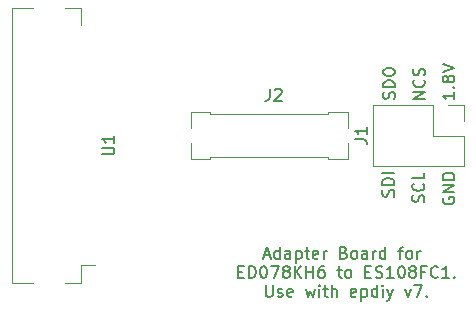
<source format=gto>
%TF.GenerationSoftware,KiCad,Pcbnew,(6.0.11)*%
%TF.CreationDate,2023-02-05T22:54:30+01:00*%
%TF.ProjectId,ES108FC1_Connector,45533130-3846-4433-915f-436f6e6e6563,rev?*%
%TF.SameCoordinates,Original*%
%TF.FileFunction,Legend,Top*%
%TF.FilePolarity,Positive*%
%FSLAX46Y46*%
G04 Gerber Fmt 4.6, Leading zero omitted, Abs format (unit mm)*
G04 Created by KiCad (PCBNEW (6.0.11)) date 2023-02-05 22:54:30*
%MOMM*%
%LPD*%
G01*
G04 APERTURE LIST*
%ADD10C,0.150000*%
%ADD11C,0.120000*%
%ADD12R,1.300000X0.300000*%
%ADD13R,2.200000X1.800000*%
%ADD14R,0.900000X1.000000*%
%ADD15R,0.200000X0.800000*%
%ADD16O,1.700000X1.700000*%
%ADD17R,1.700000X1.700000*%
G04 APERTURE END LIST*
D10*
X51200000Y-28361904D02*
X51152380Y-28457142D01*
X51152380Y-28600000D01*
X51200000Y-28742857D01*
X51295238Y-28838095D01*
X51390476Y-28885714D01*
X51580952Y-28933333D01*
X51723809Y-28933333D01*
X51914285Y-28885714D01*
X52009523Y-28838095D01*
X52104761Y-28742857D01*
X52152380Y-28600000D01*
X52152380Y-28504761D01*
X52104761Y-28361904D01*
X52057142Y-28314285D01*
X51723809Y-28314285D01*
X51723809Y-28504761D01*
X52152380Y-27885714D02*
X51152380Y-27885714D01*
X52152380Y-27314285D01*
X51152380Y-27314285D01*
X52152380Y-26838095D02*
X51152380Y-26838095D01*
X51152380Y-26600000D01*
X51200000Y-26457142D01*
X51295238Y-26361904D01*
X51390476Y-26314285D01*
X51580952Y-26266666D01*
X51723809Y-26266666D01*
X51914285Y-26314285D01*
X52009523Y-26361904D01*
X52104761Y-26457142D01*
X52152380Y-26600000D01*
X52152380Y-26838095D01*
X47054761Y-20009523D02*
X47102380Y-19866666D01*
X47102380Y-19628571D01*
X47054761Y-19533333D01*
X47007142Y-19485714D01*
X46911904Y-19438095D01*
X46816666Y-19438095D01*
X46721428Y-19485714D01*
X46673809Y-19533333D01*
X46626190Y-19628571D01*
X46578571Y-19819047D01*
X46530952Y-19914285D01*
X46483333Y-19961904D01*
X46388095Y-20009523D01*
X46292857Y-20009523D01*
X46197619Y-19961904D01*
X46150000Y-19914285D01*
X46102380Y-19819047D01*
X46102380Y-19580952D01*
X46150000Y-19438095D01*
X47102380Y-19009523D02*
X46102380Y-19009523D01*
X46102380Y-18771428D01*
X46150000Y-18628571D01*
X46245238Y-18533333D01*
X46340476Y-18485714D01*
X46530952Y-18438095D01*
X46673809Y-18438095D01*
X46864285Y-18485714D01*
X46959523Y-18533333D01*
X47054761Y-18628571D01*
X47102380Y-18771428D01*
X47102380Y-19009523D01*
X46102380Y-17819047D02*
X46102380Y-17628571D01*
X46150000Y-17533333D01*
X46245238Y-17438095D01*
X46435714Y-17390476D01*
X46769047Y-17390476D01*
X46959523Y-17438095D01*
X47054761Y-17533333D01*
X47102380Y-17628571D01*
X47102380Y-17819047D01*
X47054761Y-17914285D01*
X46959523Y-18009523D01*
X46769047Y-18057142D01*
X46435714Y-18057142D01*
X46245238Y-18009523D01*
X46150000Y-17914285D01*
X46102380Y-17819047D01*
X49554761Y-28740476D02*
X49602380Y-28597619D01*
X49602380Y-28359523D01*
X49554761Y-28264285D01*
X49507142Y-28216666D01*
X49411904Y-28169047D01*
X49316666Y-28169047D01*
X49221428Y-28216666D01*
X49173809Y-28264285D01*
X49126190Y-28359523D01*
X49078571Y-28550000D01*
X49030952Y-28645238D01*
X48983333Y-28692857D01*
X48888095Y-28740476D01*
X48792857Y-28740476D01*
X48697619Y-28692857D01*
X48650000Y-28645238D01*
X48602380Y-28550000D01*
X48602380Y-28311904D01*
X48650000Y-28169047D01*
X49507142Y-27169047D02*
X49554761Y-27216666D01*
X49602380Y-27359523D01*
X49602380Y-27454761D01*
X49554761Y-27597619D01*
X49459523Y-27692857D01*
X49364285Y-27740476D01*
X49173809Y-27788095D01*
X49030952Y-27788095D01*
X48840476Y-27740476D01*
X48745238Y-27692857D01*
X48650000Y-27597619D01*
X48602380Y-27454761D01*
X48602380Y-27359523D01*
X48650000Y-27216666D01*
X48697619Y-27169047D01*
X49602380Y-26264285D02*
X49602380Y-26740476D01*
X48602380Y-26740476D01*
X52152380Y-19457142D02*
X52152380Y-20028571D01*
X52152380Y-19742857D02*
X51152380Y-19742857D01*
X51295238Y-19838095D01*
X51390476Y-19933333D01*
X51438095Y-20028571D01*
X52057142Y-19028571D02*
X52104761Y-18980952D01*
X52152380Y-19028571D01*
X52104761Y-19076190D01*
X52057142Y-19028571D01*
X52152380Y-19028571D01*
X51580952Y-18409523D02*
X51533333Y-18504761D01*
X51485714Y-18552380D01*
X51390476Y-18600000D01*
X51342857Y-18600000D01*
X51247619Y-18552380D01*
X51200000Y-18504761D01*
X51152380Y-18409523D01*
X51152380Y-18219047D01*
X51200000Y-18123809D01*
X51247619Y-18076190D01*
X51342857Y-18028571D01*
X51390476Y-18028571D01*
X51485714Y-18076190D01*
X51533333Y-18123809D01*
X51580952Y-18219047D01*
X51580952Y-18409523D01*
X51628571Y-18504761D01*
X51676190Y-18552380D01*
X51771428Y-18600000D01*
X51961904Y-18600000D01*
X52057142Y-18552380D01*
X52104761Y-18504761D01*
X52152380Y-18409523D01*
X52152380Y-18219047D01*
X52104761Y-18123809D01*
X52057142Y-18076190D01*
X51961904Y-18028571D01*
X51771428Y-18028571D01*
X51676190Y-18076190D01*
X51628571Y-18123809D01*
X51580952Y-18219047D01*
X51152380Y-17742857D02*
X52152380Y-17409523D01*
X51152380Y-17076190D01*
X47004761Y-28273809D02*
X47052380Y-28130952D01*
X47052380Y-27892857D01*
X47004761Y-27797619D01*
X46957142Y-27750000D01*
X46861904Y-27702380D01*
X46766666Y-27702380D01*
X46671428Y-27750000D01*
X46623809Y-27797619D01*
X46576190Y-27892857D01*
X46528571Y-28083333D01*
X46480952Y-28178571D01*
X46433333Y-28226190D01*
X46338095Y-28273809D01*
X46242857Y-28273809D01*
X46147619Y-28226190D01*
X46100000Y-28178571D01*
X46052380Y-28083333D01*
X46052380Y-27845238D01*
X46100000Y-27702380D01*
X47052380Y-27273809D02*
X46052380Y-27273809D01*
X46052380Y-27035714D01*
X46100000Y-26892857D01*
X46195238Y-26797619D01*
X46290476Y-26750000D01*
X46480952Y-26702380D01*
X46623809Y-26702380D01*
X46814285Y-26750000D01*
X46909523Y-26797619D01*
X47004761Y-26892857D01*
X47052380Y-27035714D01*
X47052380Y-27273809D01*
X47052380Y-26273809D02*
X46052380Y-26273809D01*
X49652380Y-20011904D02*
X48652380Y-20011904D01*
X49652380Y-19440476D01*
X48652380Y-19440476D01*
X49557142Y-18392857D02*
X49604761Y-18440476D01*
X49652380Y-18583333D01*
X49652380Y-18678571D01*
X49604761Y-18821428D01*
X49509523Y-18916666D01*
X49414285Y-18964285D01*
X49223809Y-19011904D01*
X49080952Y-19011904D01*
X48890476Y-18964285D01*
X48795238Y-18916666D01*
X48700000Y-18821428D01*
X48652380Y-18678571D01*
X48652380Y-18583333D01*
X48700000Y-18440476D01*
X48747619Y-18392857D01*
X49604761Y-18011904D02*
X49652380Y-17869047D01*
X49652380Y-17630952D01*
X49604761Y-17535714D01*
X49557142Y-17488095D01*
X49461904Y-17440476D01*
X49366666Y-17440476D01*
X49271428Y-17488095D01*
X49223809Y-17535714D01*
X49176190Y-17630952D01*
X49128571Y-17821428D01*
X49080952Y-17916666D01*
X49033333Y-17964285D01*
X48938095Y-18011904D01*
X48842857Y-18011904D01*
X48747619Y-17964285D01*
X48700000Y-17916666D01*
X48652380Y-17821428D01*
X48652380Y-17583333D01*
X48700000Y-17440476D01*
X36023809Y-33256666D02*
X36500000Y-33256666D01*
X35928571Y-33542380D02*
X36261904Y-32542380D01*
X36595238Y-33542380D01*
X37357142Y-33542380D02*
X37357142Y-32542380D01*
X37357142Y-33494761D02*
X37261904Y-33542380D01*
X37071428Y-33542380D01*
X36976190Y-33494761D01*
X36928571Y-33447142D01*
X36880952Y-33351904D01*
X36880952Y-33066190D01*
X36928571Y-32970952D01*
X36976190Y-32923333D01*
X37071428Y-32875714D01*
X37261904Y-32875714D01*
X37357142Y-32923333D01*
X38261904Y-33542380D02*
X38261904Y-33018571D01*
X38214285Y-32923333D01*
X38119047Y-32875714D01*
X37928571Y-32875714D01*
X37833333Y-32923333D01*
X38261904Y-33494761D02*
X38166666Y-33542380D01*
X37928571Y-33542380D01*
X37833333Y-33494761D01*
X37785714Y-33399523D01*
X37785714Y-33304285D01*
X37833333Y-33209047D01*
X37928571Y-33161428D01*
X38166666Y-33161428D01*
X38261904Y-33113809D01*
X38738095Y-32875714D02*
X38738095Y-33875714D01*
X38738095Y-32923333D02*
X38833333Y-32875714D01*
X39023809Y-32875714D01*
X39119047Y-32923333D01*
X39166666Y-32970952D01*
X39214285Y-33066190D01*
X39214285Y-33351904D01*
X39166666Y-33447142D01*
X39119047Y-33494761D01*
X39023809Y-33542380D01*
X38833333Y-33542380D01*
X38738095Y-33494761D01*
X39500000Y-32875714D02*
X39880952Y-32875714D01*
X39642857Y-32542380D02*
X39642857Y-33399523D01*
X39690476Y-33494761D01*
X39785714Y-33542380D01*
X39880952Y-33542380D01*
X40595238Y-33494761D02*
X40500000Y-33542380D01*
X40309523Y-33542380D01*
X40214285Y-33494761D01*
X40166666Y-33399523D01*
X40166666Y-33018571D01*
X40214285Y-32923333D01*
X40309523Y-32875714D01*
X40500000Y-32875714D01*
X40595238Y-32923333D01*
X40642857Y-33018571D01*
X40642857Y-33113809D01*
X40166666Y-33209047D01*
X41071428Y-33542380D02*
X41071428Y-32875714D01*
X41071428Y-33066190D02*
X41119047Y-32970952D01*
X41166666Y-32923333D01*
X41261904Y-32875714D01*
X41357142Y-32875714D01*
X42785714Y-33018571D02*
X42928571Y-33066190D01*
X42976190Y-33113809D01*
X43023809Y-33209047D01*
X43023809Y-33351904D01*
X42976190Y-33447142D01*
X42928571Y-33494761D01*
X42833333Y-33542380D01*
X42452380Y-33542380D01*
X42452380Y-32542380D01*
X42785714Y-32542380D01*
X42880952Y-32590000D01*
X42928571Y-32637619D01*
X42976190Y-32732857D01*
X42976190Y-32828095D01*
X42928571Y-32923333D01*
X42880952Y-32970952D01*
X42785714Y-33018571D01*
X42452380Y-33018571D01*
X43595238Y-33542380D02*
X43500000Y-33494761D01*
X43452380Y-33447142D01*
X43404761Y-33351904D01*
X43404761Y-33066190D01*
X43452380Y-32970952D01*
X43500000Y-32923333D01*
X43595238Y-32875714D01*
X43738095Y-32875714D01*
X43833333Y-32923333D01*
X43880952Y-32970952D01*
X43928571Y-33066190D01*
X43928571Y-33351904D01*
X43880952Y-33447142D01*
X43833333Y-33494761D01*
X43738095Y-33542380D01*
X43595238Y-33542380D01*
X44785714Y-33542380D02*
X44785714Y-33018571D01*
X44738095Y-32923333D01*
X44642857Y-32875714D01*
X44452380Y-32875714D01*
X44357142Y-32923333D01*
X44785714Y-33494761D02*
X44690476Y-33542380D01*
X44452380Y-33542380D01*
X44357142Y-33494761D01*
X44309523Y-33399523D01*
X44309523Y-33304285D01*
X44357142Y-33209047D01*
X44452380Y-33161428D01*
X44690476Y-33161428D01*
X44785714Y-33113809D01*
X45261904Y-33542380D02*
X45261904Y-32875714D01*
X45261904Y-33066190D02*
X45309523Y-32970952D01*
X45357142Y-32923333D01*
X45452380Y-32875714D01*
X45547619Y-32875714D01*
X46309523Y-33542380D02*
X46309523Y-32542380D01*
X46309523Y-33494761D02*
X46214285Y-33542380D01*
X46023809Y-33542380D01*
X45928571Y-33494761D01*
X45880952Y-33447142D01*
X45833333Y-33351904D01*
X45833333Y-33066190D01*
X45880952Y-32970952D01*
X45928571Y-32923333D01*
X46023809Y-32875714D01*
X46214285Y-32875714D01*
X46309523Y-32923333D01*
X47404761Y-32875714D02*
X47785714Y-32875714D01*
X47547619Y-33542380D02*
X47547619Y-32685238D01*
X47595238Y-32590000D01*
X47690476Y-32542380D01*
X47785714Y-32542380D01*
X48261904Y-33542380D02*
X48166666Y-33494761D01*
X48119047Y-33447142D01*
X48071428Y-33351904D01*
X48071428Y-33066190D01*
X48119047Y-32970952D01*
X48166666Y-32923333D01*
X48261904Y-32875714D01*
X48404761Y-32875714D01*
X48500000Y-32923333D01*
X48547619Y-32970952D01*
X48595238Y-33066190D01*
X48595238Y-33351904D01*
X48547619Y-33447142D01*
X48500000Y-33494761D01*
X48404761Y-33542380D01*
X48261904Y-33542380D01*
X49023809Y-33542380D02*
X49023809Y-32875714D01*
X49023809Y-33066190D02*
X49071428Y-32970952D01*
X49119047Y-32923333D01*
X49214285Y-32875714D01*
X49309523Y-32875714D01*
X33857142Y-34628571D02*
X34190476Y-34628571D01*
X34333333Y-35152380D02*
X33857142Y-35152380D01*
X33857142Y-34152380D01*
X34333333Y-34152380D01*
X34761904Y-35152380D02*
X34761904Y-34152380D01*
X35000000Y-34152380D01*
X35142857Y-34200000D01*
X35238095Y-34295238D01*
X35285714Y-34390476D01*
X35333333Y-34580952D01*
X35333333Y-34723809D01*
X35285714Y-34914285D01*
X35238095Y-35009523D01*
X35142857Y-35104761D01*
X35000000Y-35152380D01*
X34761904Y-35152380D01*
X35952380Y-34152380D02*
X36047619Y-34152380D01*
X36142857Y-34200000D01*
X36190476Y-34247619D01*
X36238095Y-34342857D01*
X36285714Y-34533333D01*
X36285714Y-34771428D01*
X36238095Y-34961904D01*
X36190476Y-35057142D01*
X36142857Y-35104761D01*
X36047619Y-35152380D01*
X35952380Y-35152380D01*
X35857142Y-35104761D01*
X35809523Y-35057142D01*
X35761904Y-34961904D01*
X35714285Y-34771428D01*
X35714285Y-34533333D01*
X35761904Y-34342857D01*
X35809523Y-34247619D01*
X35857142Y-34200000D01*
X35952380Y-34152380D01*
X36619047Y-34152380D02*
X37285714Y-34152380D01*
X36857142Y-35152380D01*
X37809523Y-34580952D02*
X37714285Y-34533333D01*
X37666666Y-34485714D01*
X37619047Y-34390476D01*
X37619047Y-34342857D01*
X37666666Y-34247619D01*
X37714285Y-34200000D01*
X37809523Y-34152380D01*
X38000000Y-34152380D01*
X38095238Y-34200000D01*
X38142857Y-34247619D01*
X38190476Y-34342857D01*
X38190476Y-34390476D01*
X38142857Y-34485714D01*
X38095238Y-34533333D01*
X38000000Y-34580952D01*
X37809523Y-34580952D01*
X37714285Y-34628571D01*
X37666666Y-34676190D01*
X37619047Y-34771428D01*
X37619047Y-34961904D01*
X37666666Y-35057142D01*
X37714285Y-35104761D01*
X37809523Y-35152380D01*
X38000000Y-35152380D01*
X38095238Y-35104761D01*
X38142857Y-35057142D01*
X38190476Y-34961904D01*
X38190476Y-34771428D01*
X38142857Y-34676190D01*
X38095238Y-34628571D01*
X38000000Y-34580952D01*
X38619047Y-35152380D02*
X38619047Y-34152380D01*
X39190476Y-35152380D02*
X38761904Y-34580952D01*
X39190476Y-34152380D02*
X38619047Y-34723809D01*
X39619047Y-35152380D02*
X39619047Y-34152380D01*
X39619047Y-34628571D02*
X40190476Y-34628571D01*
X40190476Y-35152380D02*
X40190476Y-34152380D01*
X41095238Y-34152380D02*
X40904761Y-34152380D01*
X40809523Y-34200000D01*
X40761904Y-34247619D01*
X40666666Y-34390476D01*
X40619047Y-34580952D01*
X40619047Y-34961904D01*
X40666666Y-35057142D01*
X40714285Y-35104761D01*
X40809523Y-35152380D01*
X41000000Y-35152380D01*
X41095238Y-35104761D01*
X41142857Y-35057142D01*
X41190476Y-34961904D01*
X41190476Y-34723809D01*
X41142857Y-34628571D01*
X41095238Y-34580952D01*
X41000000Y-34533333D01*
X40809523Y-34533333D01*
X40714285Y-34580952D01*
X40666666Y-34628571D01*
X40619047Y-34723809D01*
X42238095Y-34485714D02*
X42619047Y-34485714D01*
X42380952Y-34152380D02*
X42380952Y-35009523D01*
X42428571Y-35104761D01*
X42523809Y-35152380D01*
X42619047Y-35152380D01*
X43095238Y-35152380D02*
X43000000Y-35104761D01*
X42952380Y-35057142D01*
X42904761Y-34961904D01*
X42904761Y-34676190D01*
X42952380Y-34580952D01*
X43000000Y-34533333D01*
X43095238Y-34485714D01*
X43238095Y-34485714D01*
X43333333Y-34533333D01*
X43380952Y-34580952D01*
X43428571Y-34676190D01*
X43428571Y-34961904D01*
X43380952Y-35057142D01*
X43333333Y-35104761D01*
X43238095Y-35152380D01*
X43095238Y-35152380D01*
X44619047Y-34628571D02*
X44952380Y-34628571D01*
X45095238Y-35152380D02*
X44619047Y-35152380D01*
X44619047Y-34152380D01*
X45095238Y-34152380D01*
X45476190Y-35104761D02*
X45619047Y-35152380D01*
X45857142Y-35152380D01*
X45952380Y-35104761D01*
X46000000Y-35057142D01*
X46047619Y-34961904D01*
X46047619Y-34866666D01*
X46000000Y-34771428D01*
X45952380Y-34723809D01*
X45857142Y-34676190D01*
X45666666Y-34628571D01*
X45571428Y-34580952D01*
X45523809Y-34533333D01*
X45476190Y-34438095D01*
X45476190Y-34342857D01*
X45523809Y-34247619D01*
X45571428Y-34200000D01*
X45666666Y-34152380D01*
X45904761Y-34152380D01*
X46047619Y-34200000D01*
X47000000Y-35152380D02*
X46428571Y-35152380D01*
X46714285Y-35152380D02*
X46714285Y-34152380D01*
X46619047Y-34295238D01*
X46523809Y-34390476D01*
X46428571Y-34438095D01*
X47619047Y-34152380D02*
X47714285Y-34152380D01*
X47809523Y-34200000D01*
X47857142Y-34247619D01*
X47904761Y-34342857D01*
X47952380Y-34533333D01*
X47952380Y-34771428D01*
X47904761Y-34961904D01*
X47857142Y-35057142D01*
X47809523Y-35104761D01*
X47714285Y-35152380D01*
X47619047Y-35152380D01*
X47523809Y-35104761D01*
X47476190Y-35057142D01*
X47428571Y-34961904D01*
X47380952Y-34771428D01*
X47380952Y-34533333D01*
X47428571Y-34342857D01*
X47476190Y-34247619D01*
X47523809Y-34200000D01*
X47619047Y-34152380D01*
X48523809Y-34580952D02*
X48428571Y-34533333D01*
X48380952Y-34485714D01*
X48333333Y-34390476D01*
X48333333Y-34342857D01*
X48380952Y-34247619D01*
X48428571Y-34200000D01*
X48523809Y-34152380D01*
X48714285Y-34152380D01*
X48809523Y-34200000D01*
X48857142Y-34247619D01*
X48904761Y-34342857D01*
X48904761Y-34390476D01*
X48857142Y-34485714D01*
X48809523Y-34533333D01*
X48714285Y-34580952D01*
X48523809Y-34580952D01*
X48428571Y-34628571D01*
X48380952Y-34676190D01*
X48333333Y-34771428D01*
X48333333Y-34961904D01*
X48380952Y-35057142D01*
X48428571Y-35104761D01*
X48523809Y-35152380D01*
X48714285Y-35152380D01*
X48809523Y-35104761D01*
X48857142Y-35057142D01*
X48904761Y-34961904D01*
X48904761Y-34771428D01*
X48857142Y-34676190D01*
X48809523Y-34628571D01*
X48714285Y-34580952D01*
X49666666Y-34628571D02*
X49333333Y-34628571D01*
X49333333Y-35152380D02*
X49333333Y-34152380D01*
X49809523Y-34152380D01*
X50761904Y-35057142D02*
X50714285Y-35104761D01*
X50571428Y-35152380D01*
X50476190Y-35152380D01*
X50333333Y-35104761D01*
X50238095Y-35009523D01*
X50190476Y-34914285D01*
X50142857Y-34723809D01*
X50142857Y-34580952D01*
X50190476Y-34390476D01*
X50238095Y-34295238D01*
X50333333Y-34200000D01*
X50476190Y-34152380D01*
X50571428Y-34152380D01*
X50714285Y-34200000D01*
X50761904Y-34247619D01*
X51714285Y-35152380D02*
X51142857Y-35152380D01*
X51428571Y-35152380D02*
X51428571Y-34152380D01*
X51333333Y-34295238D01*
X51238095Y-34390476D01*
X51142857Y-34438095D01*
X52142857Y-35057142D02*
X52190476Y-35104761D01*
X52142857Y-35152380D01*
X52095238Y-35104761D01*
X52142857Y-35057142D01*
X52142857Y-35152380D01*
X36190476Y-35762380D02*
X36190476Y-36571904D01*
X36238095Y-36667142D01*
X36285714Y-36714761D01*
X36380952Y-36762380D01*
X36571428Y-36762380D01*
X36666666Y-36714761D01*
X36714285Y-36667142D01*
X36761904Y-36571904D01*
X36761904Y-35762380D01*
X37190476Y-36714761D02*
X37285714Y-36762380D01*
X37476190Y-36762380D01*
X37571428Y-36714761D01*
X37619047Y-36619523D01*
X37619047Y-36571904D01*
X37571428Y-36476666D01*
X37476190Y-36429047D01*
X37333333Y-36429047D01*
X37238095Y-36381428D01*
X37190476Y-36286190D01*
X37190476Y-36238571D01*
X37238095Y-36143333D01*
X37333333Y-36095714D01*
X37476190Y-36095714D01*
X37571428Y-36143333D01*
X38428571Y-36714761D02*
X38333333Y-36762380D01*
X38142857Y-36762380D01*
X38047619Y-36714761D01*
X38000000Y-36619523D01*
X38000000Y-36238571D01*
X38047619Y-36143333D01*
X38142857Y-36095714D01*
X38333333Y-36095714D01*
X38428571Y-36143333D01*
X38476190Y-36238571D01*
X38476190Y-36333809D01*
X38000000Y-36429047D01*
X39571428Y-36095714D02*
X39761904Y-36762380D01*
X39952380Y-36286190D01*
X40142857Y-36762380D01*
X40333333Y-36095714D01*
X40714285Y-36762380D02*
X40714285Y-36095714D01*
X40714285Y-35762380D02*
X40666666Y-35810000D01*
X40714285Y-35857619D01*
X40761904Y-35810000D01*
X40714285Y-35762380D01*
X40714285Y-35857619D01*
X41047619Y-36095714D02*
X41428571Y-36095714D01*
X41190476Y-35762380D02*
X41190476Y-36619523D01*
X41238095Y-36714761D01*
X41333333Y-36762380D01*
X41428571Y-36762380D01*
X41761904Y-36762380D02*
X41761904Y-35762380D01*
X42190476Y-36762380D02*
X42190476Y-36238571D01*
X42142857Y-36143333D01*
X42047619Y-36095714D01*
X41904761Y-36095714D01*
X41809523Y-36143333D01*
X41761904Y-36190952D01*
X43809523Y-36714761D02*
X43714285Y-36762380D01*
X43523809Y-36762380D01*
X43428571Y-36714761D01*
X43380952Y-36619523D01*
X43380952Y-36238571D01*
X43428571Y-36143333D01*
X43523809Y-36095714D01*
X43714285Y-36095714D01*
X43809523Y-36143333D01*
X43857142Y-36238571D01*
X43857142Y-36333809D01*
X43380952Y-36429047D01*
X44285714Y-36095714D02*
X44285714Y-37095714D01*
X44285714Y-36143333D02*
X44380952Y-36095714D01*
X44571428Y-36095714D01*
X44666666Y-36143333D01*
X44714285Y-36190952D01*
X44761904Y-36286190D01*
X44761904Y-36571904D01*
X44714285Y-36667142D01*
X44666666Y-36714761D01*
X44571428Y-36762380D01*
X44380952Y-36762380D01*
X44285714Y-36714761D01*
X45619047Y-36762380D02*
X45619047Y-35762380D01*
X45619047Y-36714761D02*
X45523809Y-36762380D01*
X45333333Y-36762380D01*
X45238095Y-36714761D01*
X45190476Y-36667142D01*
X45142857Y-36571904D01*
X45142857Y-36286190D01*
X45190476Y-36190952D01*
X45238095Y-36143333D01*
X45333333Y-36095714D01*
X45523809Y-36095714D01*
X45619047Y-36143333D01*
X46095238Y-36762380D02*
X46095238Y-36095714D01*
X46095238Y-35762380D02*
X46047619Y-35810000D01*
X46095238Y-35857619D01*
X46142857Y-35810000D01*
X46095238Y-35762380D01*
X46095238Y-35857619D01*
X46476190Y-36095714D02*
X46714285Y-36762380D01*
X46952380Y-36095714D02*
X46714285Y-36762380D01*
X46619047Y-37000476D01*
X46571428Y-37048095D01*
X46476190Y-37095714D01*
X48000000Y-36095714D02*
X48238095Y-36762380D01*
X48476190Y-36095714D01*
X48761904Y-35762380D02*
X49428571Y-35762380D01*
X49000000Y-36762380D01*
X49809523Y-36667142D02*
X49857142Y-36714761D01*
X49809523Y-36762380D01*
X49761904Y-36714761D01*
X49809523Y-36667142D01*
X49809523Y-36762380D01*
%TO.C,U1*%
X22352380Y-24711904D02*
X23161904Y-24711904D01*
X23257142Y-24664285D01*
X23304761Y-24616666D01*
X23352380Y-24521428D01*
X23352380Y-24330952D01*
X23304761Y-24235714D01*
X23257142Y-24188095D01*
X23161904Y-24140476D01*
X22352380Y-24140476D01*
X23352380Y-23140476D02*
X23352380Y-23711904D01*
X23352380Y-23426190D02*
X22352380Y-23426190D01*
X22495238Y-23521428D01*
X22590476Y-23616666D01*
X22638095Y-23711904D01*
%TO.C,J2*%
X36516666Y-19152380D02*
X36516666Y-19866666D01*
X36469047Y-20009523D01*
X36373809Y-20104761D01*
X36230952Y-20152380D01*
X36135714Y-20152380D01*
X36945238Y-19247619D02*
X36992857Y-19200000D01*
X37088095Y-19152380D01*
X37326190Y-19152380D01*
X37421428Y-19200000D01*
X37469047Y-19247619D01*
X37516666Y-19342857D01*
X37516666Y-19438095D01*
X37469047Y-19580952D01*
X36897619Y-20152380D01*
X37516666Y-20152380D01*
%TO.C,J1*%
X43735044Y-23415997D02*
X44449330Y-23415997D01*
X44592187Y-23463616D01*
X44687425Y-23558854D01*
X44735044Y-23701711D01*
X44735044Y-23796949D01*
X44735044Y-22415997D02*
X44735044Y-22987425D01*
X44735044Y-22701711D02*
X43735044Y-22701711D01*
X43877902Y-22796949D01*
X43973140Y-22892187D01*
X44020759Y-22987425D01*
D11*
%TO.C,U1*%
X20500000Y-34110000D02*
X20500000Y-35600000D01*
X14700000Y-35600000D02*
X14700000Y-12300000D01*
X20500000Y-12300000D02*
X19160000Y-12300000D01*
X14700000Y-12300000D02*
X16440000Y-12300000D01*
X20500000Y-35600000D02*
X19160000Y-35600000D01*
X20500000Y-13790000D02*
X20500000Y-12300000D01*
X16440000Y-35600000D02*
X14700000Y-35600000D01*
X20500000Y-34110000D02*
X21700000Y-34110000D01*
%TO.C,J2*%
X31492336Y-25082336D02*
X31492336Y-24922336D01*
X31492336Y-21262336D02*
X41492336Y-21262336D01*
X41492336Y-24922336D02*
X31492336Y-24922336D01*
X43102336Y-23722336D02*
X43102336Y-25082336D01*
X29882336Y-22462336D02*
X29882336Y-21102336D01*
X29882336Y-25082336D02*
X31492336Y-25082336D01*
X43102336Y-21102336D02*
X41492336Y-21102336D01*
X41492336Y-25082336D02*
X41492336Y-24922336D01*
X29882336Y-21102336D02*
X31492336Y-21102336D01*
X31492336Y-21102336D02*
X31492336Y-21262336D01*
X43102336Y-25082336D02*
X41492336Y-25082336D01*
X43102336Y-22462336D02*
X43102336Y-21102336D01*
X41492336Y-21102336D02*
X41492336Y-21262336D01*
X29882336Y-23722336D02*
X29882336Y-25082336D01*
%TO.C,J1*%
X45240000Y-20520000D02*
X45240000Y-25720000D01*
X50380000Y-20520000D02*
X45240000Y-20520000D01*
X52980000Y-20520000D02*
X52980000Y-21850000D01*
X51650000Y-20520000D02*
X52980000Y-20520000D01*
X50380000Y-23120000D02*
X52980000Y-23120000D01*
X50380000Y-20520000D02*
X50380000Y-23120000D01*
X52980000Y-25720000D02*
X45240000Y-25720000D01*
X52980000Y-23120000D02*
X52980000Y-25720000D01*
%TD*%
%LPC*%
D12*
%TO.C,U1*%
X21050000Y-33700000D03*
X21050000Y-33200000D03*
X21050000Y-32700000D03*
X21050000Y-32200000D03*
X21050000Y-31700000D03*
X21050000Y-31200000D03*
X21050000Y-30700000D03*
X21050000Y-30200000D03*
X21050000Y-29700000D03*
X21050000Y-29200000D03*
X21050000Y-28700000D03*
X21050000Y-28200000D03*
X21050000Y-27700000D03*
X21050000Y-27200000D03*
X21050000Y-26700000D03*
X21050000Y-26200000D03*
X21050000Y-25700000D03*
X21050000Y-25200000D03*
X21050000Y-24700000D03*
X21050000Y-24200000D03*
X21050000Y-23700000D03*
X21050000Y-23200000D03*
X21050000Y-22700000D03*
X21050000Y-22200000D03*
X21050000Y-21700000D03*
X21050000Y-21200000D03*
X21050000Y-20700000D03*
X21050000Y-20200000D03*
X21050000Y-19700000D03*
X21050000Y-19200000D03*
X21050000Y-18700000D03*
X21050000Y-18200000D03*
X21050000Y-17700000D03*
X21050000Y-17200000D03*
X21050000Y-16700000D03*
X21050000Y-16200000D03*
X21050000Y-15700000D03*
X21050000Y-15200000D03*
X21050000Y-14700000D03*
X21050000Y-14200000D03*
D13*
X17800000Y-12300000D03*
X17800000Y-35600000D03*
%TD*%
D14*
%TO.C,J2*%
X30692336Y-21842336D03*
X30692336Y-24342336D03*
X42292336Y-21842336D03*
X42292336Y-24342336D03*
D15*
X31692336Y-24342336D03*
X31692336Y-21842336D03*
X32092336Y-24342336D03*
X32092336Y-21842336D03*
X32492336Y-24342336D03*
X32492336Y-21842336D03*
X32892336Y-24342336D03*
X32892336Y-21842336D03*
X33292336Y-24342336D03*
X33292336Y-21842336D03*
X33692336Y-24342336D03*
X33692336Y-21842336D03*
X34092336Y-24342336D03*
X34092336Y-21842336D03*
X34492336Y-24342336D03*
X34492336Y-21842336D03*
X34892336Y-24342336D03*
X34892336Y-21842336D03*
X35292336Y-24342336D03*
X35292336Y-21842336D03*
X35692336Y-24342336D03*
X35692336Y-21842336D03*
X36092336Y-24342336D03*
X36092336Y-21842336D03*
X36492336Y-24342336D03*
X36492336Y-21842336D03*
X36892336Y-24342336D03*
X36892336Y-21842336D03*
X37292336Y-24342336D03*
X37292336Y-21842336D03*
X37692336Y-24342336D03*
X37692336Y-21842336D03*
X38092336Y-24342336D03*
X38092336Y-21842336D03*
X38492336Y-24342336D03*
X38492336Y-21842336D03*
X38892336Y-24342336D03*
X38892336Y-21842336D03*
X39292336Y-24342336D03*
X39292336Y-21842336D03*
X39692336Y-24342336D03*
X39692336Y-21842336D03*
X40092336Y-24342336D03*
X40092336Y-21842336D03*
X40492336Y-24342336D03*
X40492336Y-21842336D03*
X40892336Y-24342336D03*
X40892336Y-21842336D03*
X41292336Y-24342336D03*
X41292336Y-21842336D03*
%TD*%
D16*
%TO.C,J1*%
X46570000Y-24390000D03*
X46570000Y-21850000D03*
X49110000Y-24390000D03*
X49110000Y-21850000D03*
X51650000Y-24390000D03*
D17*
X51650000Y-21850000D03*
%TD*%
M02*

</source>
